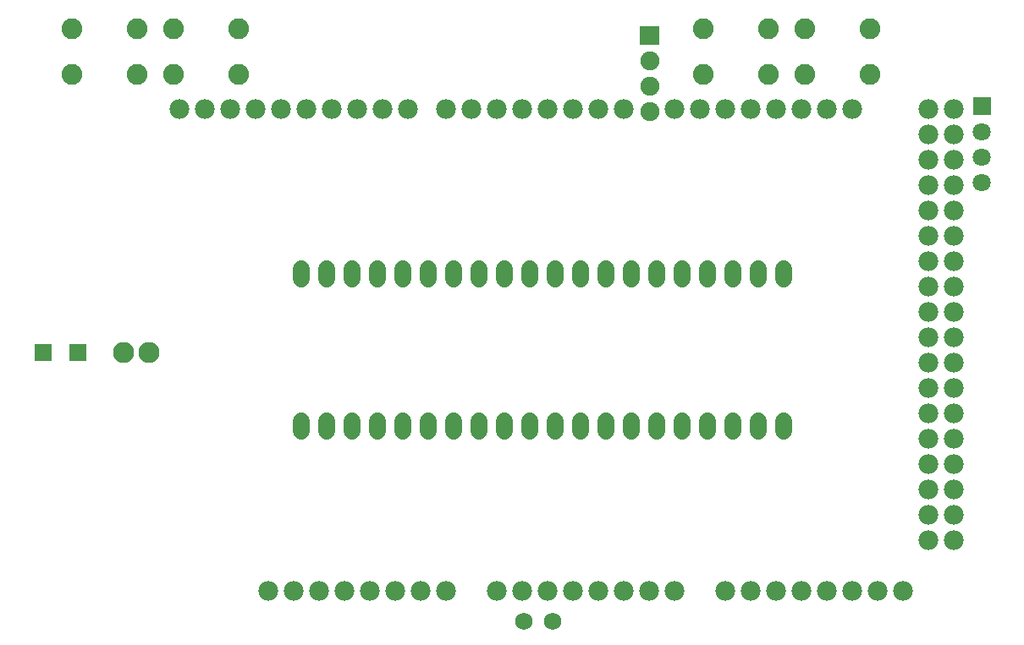
<source format=gbs>
G04 Layer: BottomSolderMaskLayer*
G04 EasyEDA v6.4.25, 2022-01-21T19:56:56+01:00*
G04 Gerber Generator version 0.2*
G04 Scale: 100 percent, Rotated: No, Reflected: No *
G04 Dimensions in inches *
G04 leading zeros omitted , absolute positions ,3 integer and 6 decimal *
%FSLAX36Y36*%
%MOIN*%

%ADD50C,0.0671*%
%ADD55C,0.0709*%
%ADD58C,0.0820*%
%ADD59C,0.0680*%
%ADD61C,0.0780*%
%ADD67C,0.0830*%
%ADD74C,0.0749*%

%LPD*%
D50*
X3130000Y-735315D02*
G01*
X3130000Y-774684D01*
X3030000Y-735315D02*
G01*
X3030000Y-774684D01*
X2930000Y-735315D02*
G01*
X2930000Y-774684D01*
X2830000Y-735315D02*
G01*
X2830000Y-774684D01*
X2730000Y-735315D02*
G01*
X2730000Y-774684D01*
X2630000Y-735315D02*
G01*
X2630000Y-774684D01*
X2530000Y-735315D02*
G01*
X2530000Y-774684D01*
X2430000Y-735315D02*
G01*
X2430000Y-774684D01*
X2330000Y-735315D02*
G01*
X2330000Y-774684D01*
X2230000Y-735315D02*
G01*
X2230000Y-774684D01*
X2130000Y-735315D02*
G01*
X2130000Y-774684D01*
X2030000Y-735315D02*
G01*
X2030000Y-774684D01*
X1930000Y-735315D02*
G01*
X1930000Y-774684D01*
X1830000Y-735315D02*
G01*
X1830000Y-774684D01*
X1730000Y-735315D02*
G01*
X1730000Y-774684D01*
X1630000Y-735315D02*
G01*
X1630000Y-774684D01*
X1530000Y-735315D02*
G01*
X1530000Y-774684D01*
X1430000Y-735315D02*
G01*
X1430000Y-774684D01*
X1330000Y-735315D02*
G01*
X1330000Y-774684D01*
X1230000Y-735315D02*
G01*
X1230000Y-774684D01*
X3130000Y-1335315D02*
G01*
X3130000Y-1374684D01*
X3030000Y-1335315D02*
G01*
X3030000Y-1374684D01*
X2930000Y-1335315D02*
G01*
X2930000Y-1374684D01*
X2830000Y-1335315D02*
G01*
X2830000Y-1374684D01*
X2730000Y-1335315D02*
G01*
X2730000Y-1374684D01*
X2630000Y-1335315D02*
G01*
X2630000Y-1374684D01*
X2530000Y-1335315D02*
G01*
X2530000Y-1374684D01*
X2430000Y-1335315D02*
G01*
X2430000Y-1374684D01*
X2330000Y-1335315D02*
G01*
X2330000Y-1374684D01*
X2230000Y-1335315D02*
G01*
X2230000Y-1374684D01*
X2130000Y-1335315D02*
G01*
X2130000Y-1374684D01*
X2030000Y-1335315D02*
G01*
X2030000Y-1374684D01*
X1930000Y-1335315D02*
G01*
X1930000Y-1374684D01*
X1830000Y-1335315D02*
G01*
X1830000Y-1374684D01*
X1730000Y-1335315D02*
G01*
X1730000Y-1374684D01*
X1630000Y-1335315D02*
G01*
X1630000Y-1374684D01*
X1530000Y-1335315D02*
G01*
X1530000Y-1374684D01*
X1430000Y-1335315D02*
G01*
X1430000Y-1374684D01*
X1330000Y-1335315D02*
G01*
X1330000Y-1374684D01*
X1230000Y-1335315D02*
G01*
X1230000Y-1374684D01*
G36*
X3874499Y-130500D02*
G01*
X3874499Y-59499D01*
X3945500Y-59499D01*
X3945500Y-130500D01*
G37*
D55*
G01*
X3910000Y-195000D03*
G01*
X3910000Y-295000D03*
G01*
X3910000Y-395000D03*
D58*
G01*
X726999Y209000D03*
G01*
X983000Y209000D03*
G01*
X726999Y30999D03*
G01*
X983000Y30999D03*
G01*
X326999Y209000D03*
G01*
X583000Y209000D03*
G01*
X326999Y30999D03*
G01*
X583000Y30999D03*
D59*
G01*
X2105000Y-2125000D03*
G01*
X2220000Y-2125000D03*
D61*
G01*
X750000Y-105000D03*
G01*
X850000Y-105000D03*
G01*
X950000Y-105000D03*
G01*
X1050000Y-105000D03*
G01*
X1150000Y-105000D03*
G01*
X1250000Y-105000D03*
G01*
X1350000Y-105000D03*
G01*
X1450000Y-105000D03*
G01*
X1550000Y-105000D03*
G01*
X1650000Y-105000D03*
G01*
X1800000Y-105000D03*
G01*
X1900000Y-105000D03*
G01*
X2000000Y-105000D03*
G01*
X2100000Y-105000D03*
G01*
X2200000Y-105000D03*
G01*
X2300000Y-105000D03*
G01*
X2400000Y-105000D03*
G01*
X2500000Y-105000D03*
G01*
X2700000Y-105000D03*
G01*
X2800000Y-105000D03*
G01*
X2900000Y-105000D03*
G01*
X3000000Y-105000D03*
G01*
X3100000Y-105000D03*
G01*
X3200000Y-105000D03*
G01*
X3300000Y-105000D03*
G01*
X3400000Y-105000D03*
G01*
X3800000Y-105000D03*
G01*
X3700000Y-105000D03*
G01*
X3800000Y-205000D03*
G01*
X3800000Y-305000D03*
G01*
X3700000Y-205000D03*
G01*
X3700000Y-305000D03*
G01*
X3700000Y-405000D03*
G01*
X3800000Y-405000D03*
G01*
X3800000Y-505000D03*
G01*
X3700000Y-505000D03*
G01*
X3700000Y-605000D03*
G01*
X3800000Y-605000D03*
G01*
X3700000Y-705000D03*
G01*
X3800000Y-705000D03*
G01*
X3700000Y-805000D03*
G01*
X3800000Y-805000D03*
G01*
X3700000Y-905000D03*
G01*
X3800000Y-905000D03*
G01*
X3700000Y-1005000D03*
G01*
X3800000Y-1005000D03*
G01*
X3700000Y-1105000D03*
G01*
X3800000Y-1105000D03*
G01*
X3800000Y-1205000D03*
G01*
X3700000Y-1205000D03*
G01*
X3700000Y-1305000D03*
G01*
X3800000Y-1305000D03*
G01*
X3800000Y-1405000D03*
G01*
X3700000Y-1405000D03*
G01*
X3700000Y-1505000D03*
G01*
X3800000Y-1505000D03*
G01*
X3800000Y-1605000D03*
G01*
X3700000Y-1605000D03*
G01*
X3700000Y-1705000D03*
G01*
X3800000Y-1705000D03*
G01*
X3800000Y-1805000D03*
G01*
X3700000Y-1805000D03*
G01*
X3600000Y-2005000D03*
G01*
X3500000Y-2005000D03*
G01*
X3400000Y-2005000D03*
G01*
X3300000Y-2005000D03*
G01*
X3200000Y-2005000D03*
G01*
X3100000Y-2005000D03*
G01*
X3000000Y-2005000D03*
G01*
X2900000Y-2005000D03*
G01*
X2700000Y-2005000D03*
G01*
X2600000Y-2005000D03*
G01*
X2500000Y-2005000D03*
G01*
X2400000Y-2005000D03*
G01*
X2300000Y-2005000D03*
G01*
X2200000Y-2005000D03*
G01*
X2100000Y-2005000D03*
G01*
X2000000Y-2005000D03*
G01*
X1800000Y-2005000D03*
G01*
X1700000Y-2005000D03*
G01*
X1600000Y-2005000D03*
G01*
X1500000Y-2005000D03*
G01*
X1400000Y-2005000D03*
G01*
X1300000Y-2005000D03*
G01*
X1200000Y-2005000D03*
G01*
X1100000Y-2005000D03*
G36*
X315399Y-1098499D02*
G01*
X315399Y-1031500D01*
X382399Y-1031500D01*
X382399Y-1098499D01*
G37*
G36*
X177600Y-1098499D02*
G01*
X177600Y-1031500D01*
X244600Y-1031500D01*
X244600Y-1098499D01*
G37*
D67*
G01*
X530000Y-1065000D03*
G01*
X630000Y-1065000D03*
G36*
X2563500Y146300D02*
G01*
X2563500Y221199D01*
X2638400Y221199D01*
X2638400Y146300D01*
G37*
D74*
G01*
X2600950Y83780D03*
G01*
X2600950Y-16219D03*
G01*
X2600950Y-116219D03*
D58*
G01*
X3211999Y209000D03*
G01*
X3468000Y209000D03*
G01*
X3211999Y30999D03*
G01*
X3468000Y30999D03*
G01*
X2811999Y209000D03*
G01*
X3068000Y209000D03*
G01*
X2811999Y30999D03*
G01*
X3068000Y30999D03*
M02*

</source>
